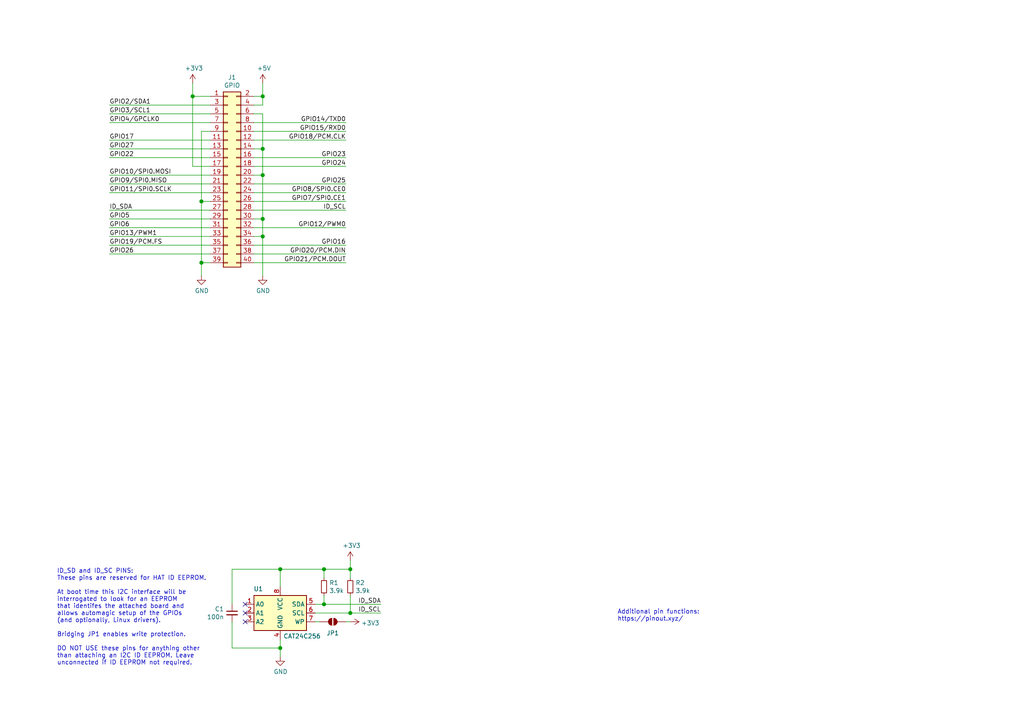
<source format=kicad_sch>
(kicad_sch (version 20250114) (generator "eeschema") (generator_version "9.0")
  (paper "A4")
  (title_block (date "15 nov 2012"))
  (lib_symbols
    (symbol "Connector_Generic:Conn_02x20_Odd_Even" (pin_names (offset 1.016) (hide yes))
      (property "Reference" "J" (at 1.27 25.4 0))
      (property "Value" "Conn_02x20_Odd_Even" (at 1.27 -27.94 0))
      (symbol "Conn_02x20_Odd_Even_1_1"
        (rectangle (start -1.27 24.13) (end 3.81 -26.67) (stroke (width 0.254)) (fill (type background)))
        (rectangle (start -1.27 22.987) (end 0 22.733) (stroke (width 0.1524)))
        (rectangle (start -1.27 20.447) (end 0 20.193) (stroke (width 0.1524)))
        (rectangle (start -1.27 17.907) (end 0 17.653) (stroke (width 0.1524)))
        (rectangle (start -1.27 15.367) (end 0 15.113) (stroke (width 0.1524)))
        (rectangle (start -1.27 12.827) (end 0 12.573) (stroke (width 0.1524)))
        (rectangle (start -1.27 10.287) (end 0 10.033) (stroke (width 0.1524)))
        (rectangle (start -1.27 7.747) (end 0 7.493) (stroke (width 0.1524)))
        (rectangle (start -1.27 5.207) (end 0 4.953) (stroke (width 0.1524)))
        (rectangle (start -1.27 2.667) (end 0 2.413) (stroke (width 0.1524)))
        (rectangle (start -1.27 0.127) (end 0 -0.127) (stroke (width 0.1524)))
        (rectangle (start -1.27 -2.413) (end 0 -2.667) (stroke (width 0.1524)))
        (rectangle (start -1.27 -4.953) (end 0 -5.207) (stroke (width 0.1524)))
        (rectangle (start -1.27 -7.493) (end 0 -7.747) (stroke (width 0.1524)))
        (rectangle (start -1.27 -10.033) (end 0 -10.287) (stroke (width 0.1524)))
        (rectangle (start -1.27 -12.573) (end 0 -12.827) (stroke (width 0.1524)))
        (rectangle (start -1.27 -15.113) (end 0 -15.367) (stroke (width 0.1524)))
        (rectangle (start -1.27 -17.653) (end 0 -17.907) (stroke (width 0.1524)))
        (rectangle (start -1.27 -20.193) (end 0 -20.447) (stroke (width 0.1524)))
        (rectangle (start -1.27 -22.733) (end 0 -22.987) (stroke (width 0.1524)))
        (rectangle (start -1.27 -25.273) (end 0 -25.527) (stroke (width 0.1524)))
        (rectangle (start 3.81 22.987) (end 2.54 22.733) (stroke (width 0.1524)))
        (rectangle (start 3.81 20.447) (end 2.54 20.193) (stroke (width 0.1524)))
        (rectangle (start 3.81 17.907) (end 2.54 17.653) (stroke (width 0.1524)))
        (rectangle (start 3.81 15.367) (end 2.54 15.113) (stroke (width 0.1524)))
        (rectangle (start 3.81 12.827) (end 2.54 12.573) (stroke (width 0.1524)))
        (rectangle (start 3.81 10.287) (end 2.54 10.033) (stroke (width 0.1524)))
        (rectangle (start 3.81 7.747) (end 2.54 7.493) (stroke (width 0.1524)))
        (rectangle (start 3.81 5.207) (end 2.54 4.953) (stroke (width 0.1524)))
        (rectangle (start 3.81 2.667) (end 2.54 2.413) (stroke (width 0.1524)))
        (rectangle (start 3.81 0.127) (end 2.54 -0.127) (stroke (width 0.1524)))
        (rectangle (start 3.81 -2.413) (end 2.54 -2.667) (stroke (width 0.1524)))
        (rectangle (start 3.81 -4.953) (end 2.54 -5.207) (stroke (width 0.1524)))
        (rectangle (start 3.81 -7.493) (end 2.54 -7.747) (stroke (width 0.1524)))
        (rectangle (start 3.81 -10.033) (end 2.54 -10.287) (stroke (width 0.1524)))
        (rectangle (start 3.81 -12.573) (end 2.54 -12.827) (stroke (width 0.1524)))
        (rectangle (start 3.81 -15.113) (end 2.54 -15.367) (stroke (width 0.1524)))
        (rectangle (start 3.81 -17.653) (end 2.54 -17.907) (stroke (width 0.1524)))
        (rectangle (start 3.81 -20.193) (end 2.54 -20.447) (stroke (width 0.1524)))
        (rectangle (start 3.81 -22.733) (end 2.54 -22.987) (stroke (width 0.1524)))
        (rectangle (start 3.81 -25.273) (end 2.54 -25.527) (stroke (width 0.1524)))
        (pin passive line (at -5.08 22.86 0) (length 3.81) (name "Pin_1") (number "1"))
        (pin passive line (at -5.08 20.32 0) (length 3.81) (name "Pin_3") (number "3"))
        (pin passive line (at -5.08 17.78 0) (length 3.81) (name "Pin_5") (number "5"))
        (pin passive line (at -5.08 15.24 0) (length 3.81) (name "Pin_7") (number "7"))
        (pin passive line (at -5.08 12.7 0) (length 3.81) (name "Pin_9") (number "9"))
        (pin passive line (at -5.08 10.16 0) (length 3.81) (name "Pin_11") (number "11"))
        (pin passive line (at -5.08 7.62 0) (length 3.81) (name "Pin_13") (number "13"))
        (pin passive line (at -5.08 5.08 0) (length 3.81) (name "Pin_15") (number "15"))
        (pin passive line (at -5.08 2.54 0) (length 3.81) (name "Pin_17") (number "17"))
        (pin passive line (at -5.08 0 0) (length 3.81) (name "Pin_19") (number "19"))
        (pin passive line (at -5.08 -2.54 0) (length 3.81) (name "Pin_21") (number "21"))
        (pin passive line (at -5.08 -5.08 0) (length 3.81) (name "Pin_23") (number "23"))
        (pin passive line (at -5.08 -7.62 0) (length 3.81) (name "Pin_25") (number "25"))
        (pin passive line (at -5.08 -10.16 0) (length 3.81) (name "Pin_27") (number "27"))
        (pin passive line (at -5.08 -12.7 0) (length 3.81) (name "Pin_29") (number "29"))
        (pin passive line (at -5.08 -15.24 0) (length 3.81) (name "Pin_31") (number "31"))
        (pin passive line (at -5.08 -17.78 0) (length 3.81) (name "Pin_33") (number "33"))
        (pin passive line (at -5.08 -20.32 0) (length 3.81) (name "Pin_35") (number "35"))
        (pin passive line (at -5.08 -22.86 0) (length 3.81) (name "Pin_37") (number "37"))
        (pin passive line (at -5.08 -25.4 0) (length 3.81) (name "Pin_39") (number "39"))
        (pin passive line (at 7.62 22.86 180) (length 3.81) (name "Pin_2") (number "2"))
        (pin passive line (at 7.62 20.32 180) (length 3.81) (name "Pin_4") (number "4"))
        (pin passive line (at 7.62 17.78 180) (length 3.81) (name "Pin_6") (number "6"))
        (pin passive line (at 7.62 15.24 180) (length 3.81) (name "Pin_8") (number "8"))
        (pin passive line (at 7.62 12.7 180) (length 3.81) (name "Pin_10") (number "10"))
        (pin passive line (at 7.62 10.16 180) (length 3.81) (name "Pin_12") (number "12"))
        (pin passive line (at 7.62 7.62 180) (length 3.81) (name "Pin_14") (number "14"))
        (pin passive line (at 7.62 5.08 180) (length 3.81) (name "Pin_16") (number "16"))
        (pin passive line (at 7.62 2.54 180) (length 3.81) (name "Pin_18") (number "18"))
        (pin passive line (at 7.62 0 180) (length 3.81) (name "Pin_20") (number "20"))
        (pin passive line (at 7.62 -2.54 180) (length 3.81) (name "Pin_22") (number "22"))
        (pin passive line (at 7.62 -5.08 180) (length 3.81) (name "Pin_24") (number "24"))
        (pin passive line (at 7.62 -7.62 180) (length 3.81) (name "Pin_26") (number "26"))
        (pin passive line (at 7.62 -10.16 180) (length 3.81) (name "Pin_28") (number "28"))
        (pin passive line (at 7.62 -12.7 180) (length 3.81) (name "Pin_30") (number "30"))
        (pin passive line (at 7.62 -15.24 180) (length 3.81) (name "Pin_32") (number "32"))
        (pin passive line (at 7.62 -17.78 180) (length 3.81) (name "Pin_34") (number "34"))
        (pin passive line (at 7.62 -20.32 180) (length 3.81) (name "Pin_36") (number "36"))
        (pin passive line (at 7.62 -22.86 180) (length 3.81) (name "Pin_38") (number "38"))
        (pin passive line (at 7.62 -25.4 180) (length 3.81) (name "Pin_40") (number "40"))
      )
    )
    (symbol "Device:C_Small" (pin_numbers (hide yes)) (pin_names (offset 0.254) (hide yes))
      (property "Reference" "C" (at 0.254 1.778 0))
      (property "Value" "C_Small" (at 0.254 -2.032 0))
      (symbol "C_Small_0_1"
        (polyline (pts (xy -1.524 0.508) (xy 1.524 0.508)) (stroke (width 0.3048)))
        (polyline (pts (xy -1.524 -0.508) (xy 1.524 -0.508)) (stroke (width 0.3302)))
      )
      (symbol "C_Small_1_1"
        (pin passive line (at 0 2.54 270) (length 2.032) (name "~") (number "1"))
        (pin passive line (at 0 -2.54 90) (length 2.032) (name "~") (number "2"))
      )
    )
    (symbol "Device:R_Small" (pin_numbers (hide yes)) (pin_names (offset 0.254) (hide yes))
      (property "Reference" "R" (at 0.762 0.508 0))
      (property "Value" "R_Small" (at 0.762 -1.016 0))
      (symbol "R_Small_0_1"
        (rectangle (start -0.762 1.778) (end 0.762 -1.778) (stroke (width 0.2032)))
      )
      (symbol "R_Small_1_1"
        (pin passive line (at 0 2.54 270) (length 0.762) (name "~") (number "1"))
        (pin passive line (at 0 -2.54 90) (length 0.762) (name "~") (number "2"))
      )
    )
    (symbol "Jumper:SolderJumper_2_Open" (pin_numbers (hide yes)) (pin_names (offset 0) (hide yes)) (exclude_from_sim yes) (in_bom no)
      (property "Reference" "JP" (at 0 2.032 0))
      (property "Value" "SolderJumper_2_Open" (at 0 -2.54 0))
      (symbol "SolderJumper_2_Open_0_1"
        (polyline (pts (xy -0.254 1.016) (xy -0.254 -1.016)))
        (arc (start -0.254 -1.016) (mid -1.2656 0) (end -0.254 1.016))
        (arc (start -0.254 -1.016) (mid -1.2656 0) (end -0.254 1.016) (fill (type outline)))
        (arc (start 0.254 1.016) (mid 1.2656 0) (end 0.254 -1.016))
        (arc (start 0.254 1.016) (mid 1.2656 0) (end 0.254 -1.016) (fill (type outline)))
        (polyline (pts (xy 0.254 1.016) (xy 0.254 -1.016)))
      )
      (symbol "SolderJumper_2_Open_1_1"
        (pin passive line (at -3.81 0 0) (length 2.54) (name "A") (number "1"))
        (pin passive line (at 3.81 0 180) (length 2.54) (name "B") (number "2"))
      )
    )
    (symbol "Memory_EEPROM:CAT24C256"
      (property "Reference" "U" (at -6.35 6.35 0))
      (property "Value" "CAT24C256" (at 1.27 6.35 0))
      (symbol "CAT24C256_1_1"
        (rectangle (start -7.62 5.08) (end 7.62 -5.08) (stroke (width 0.254)) (fill (type background)))
        (pin input line (at -10.16 2.54 0) (length 2.54) (name "A0") (number "1"))
        (pin input line (at -10.16 0 0) (length 2.54) (name "A1") (number "2"))
        (pin input line (at -10.16 -2.54 0) (length 2.54) (name "A2") (number "3"))
        (pin power_in line (at 0 7.62 270) (length 2.54) (name "VCC") (number "8"))
        (pin power_in line (at 0 -7.62 90) (length 2.54) (name "GND") (number "4"))
        (pin bidirectional line (at 10.16 2.54 180) (length 2.54) (name "SDA") (number "5"))
        (pin input line (at 10.16 0 180) (length 2.54) (name "SCL") (number "6"))
        (pin input line (at 10.16 -2.54 180) (length 2.54) (name "WP") (number "7"))
      )
    )
    (symbol "power:+3.3V" (power) (pin_numbers (hide yes)) (pin_names (offset 0) (hide yes))
      (property "Value" "+3.3V" (at 0 3.556 0))
      (symbol "+3.3V_0_1"
        (polyline (pts (xy -0.762 1.27) (xy 0 2.54)))
        (polyline (pts (xy 0 2.54) (xy 0.762 1.27)))
        (polyline (pts (xy 0 0) (xy 0 2.54)))
      )
      (symbol "+3.3V_1_1"
        (pin power_in line (at 0 0 90) (length 0) (name "~") (number "1"))
      )
    )
    (symbol "power:+5V" (power) (pin_numbers (hide yes)) (pin_names (offset 0) (hide yes))
      (property "Value" "+5V" (at 0 3.556 0))
      (symbol "+5V_0_1"
        (polyline (pts (xy -0.762 1.27) (xy 0 2.54)))
        (polyline (pts (xy 0 2.54) (xy 0.762 1.27)))
        (polyline (pts (xy 0 0) (xy 0 2.54)))
      )
      (symbol "+5V_1_1"
        (pin power_in line (at 0 0 90) (length 0) (name "~") (number "1"))
      )
    )
    (symbol "power:GND" (power) (pin_numbers (hide yes)) (pin_names (offset 0) (hide yes))
      (property "Value" "GND" (at 0 -3.81 0))
      (symbol "GND_0_1"
        (polyline (pts (xy 0 0) (xy 0 -1.27) (xy 1.27 -1.27) (xy 0 -2.54) (xy -1.27 -1.27) (xy 0 -1.27)))
      )
      (symbol "GND_1_1"
        (pin power_in line (at 0 0 270) (length 0) (name "~") (number "1"))
      )
    )
  )
  (text "ID_SD and ID_SC PINS:\nThese pins are reserved for HAT ID EEPROM.\n\nAt boot time this I2C interface will be\ninterrogated to look for an EEPROM\nthat identifes the attached board and\nallows automagic setup of the GPIOs\n(and optionally, Linux drivers).\n\nBridging JP1 enables write protection.\n\nDO NOT USE these pins for anything other\nthan attaching an I2C ID EEPROM. Leave\nunconnected if ID EEPROM not required." (at 16.51 193.04 0) (effects (font (size 1.27 1.27)) (justify left bottom)))
  (text "Additional pin functions:\nhttps://pinout.xyz/" (at 179.07 180.34 0) (effects (font (size 1.27 1.27)) (justify left bottom)))
  (junction (at 76.2 63.5) (diameter 1.016))
  (junction (at 101.6 165.1) (diameter 1.016))
  (junction (at 55.88 27.94) (diameter 1.016))
  (junction (at 76.2 68.58) (diameter 1.016))
  (junction (at 93.98 175.26) (diameter 1.016))
  (junction (at 58.42 58.42) (diameter 1.016))
  (junction (at 76.2 50.8) (diameter 1.016))
  (junction (at 76.2 43.18) (diameter 1.016))
  (junction (at 93.98 165.1) (diameter 1.016))
  (junction (at 81.28 187.96) (diameter 1.016))
  (junction (at 81.28 165.1) (diameter 1.016))
  (junction (at 58.42 76.2) (diameter 1.016))
  (junction (at 76.2 27.94) (diameter 1.016))
  (junction (at 101.6 177.8) (diameter 1.016))
  (no_connect (at 71.12 175.26))
  (no_connect (at 71.12 177.8))
  (no_connect (at 71.12 180.34))
  (wire (pts (xy 58.42 58.42) (xy 58.42 76.2)))
  (wire (pts (xy 73.66 58.42) (xy 100.33 58.42)))
  (wire (pts (xy 60.96 40.64) (xy 31.75 40.64)))
  (wire (pts (xy 81.28 165.1) (xy 93.98 165.1)))
  (wire (pts (xy 101.6 165.1) (xy 93.98 165.1)))
  (wire (pts (xy 101.6 167.64) (xy 101.6 165.1)))
  (wire (pts (xy 76.2 33.02) (xy 76.2 43.18)))
  (wire (pts (xy 76.2 50.8) (xy 73.66 50.8)))
  (wire (pts (xy 76.2 63.5) (xy 76.2 68.58)))
  (wire (pts (xy 76.2 50.8) (xy 76.2 63.5)))
  (wire (pts (xy 73.66 35.56) (xy 100.33 35.56)))
  (wire (pts (xy 58.42 38.1) (xy 58.42 58.42)))
  (wire (pts (xy 91.44 175.26) (xy 93.98 175.26)))
  (wire (pts (xy 93.98 175.26) (xy 110.49 175.26)))
  (wire (pts (xy 58.42 38.1) (xy 60.96 38.1)))
  (wire (pts (xy 91.44 180.34) (xy 92.71 180.34)))
  (wire (pts (xy 100.33 180.34) (xy 101.6 180.34)))
  (wire (pts (xy 73.66 55.88) (xy 100.33 55.88)))
  (wire (pts (xy 60.96 60.96) (xy 31.75 60.96)))
  (wire (pts (xy 31.75 63.5) (xy 60.96 63.5)))
  (wire (pts (xy 58.42 58.42) (xy 60.96 58.42)))
  (wire (pts (xy 101.6 162.56) (xy 101.6 165.1)))
  (wire (pts (xy 73.66 45.72) (xy 100.33 45.72)))
  (wire (pts (xy 81.28 165.1) (xy 81.28 170.18)))
  (wire (pts (xy 73.66 76.2) (xy 100.33 76.2)))
  (wire (pts (xy 58.42 76.2) (xy 58.42 80.01)))
  (wire (pts (xy 31.75 43.18) (xy 60.96 43.18)))
  (wire (pts (xy 101.6 172.72) (xy 101.6 177.8)))
  (wire (pts (xy 55.88 24.13) (xy 55.88 27.94)))
  (wire (pts (xy 76.2 68.58) (xy 73.66 68.58)))
  (wire (pts (xy 31.75 33.02) (xy 60.96 33.02)))
  (wire (pts (xy 31.75 55.88) (xy 60.96 55.88)))
  (wire (pts (xy 55.88 48.26) (xy 60.96 48.26)))
  (wire (pts (xy 60.96 30.48) (xy 31.75 30.48)))
  (wire (pts (xy 76.2 27.94) (xy 76.2 30.48)))
  (wire (pts (xy 76.2 43.18) (xy 76.2 50.8)))
  (wire (pts (xy 73.66 40.64) (xy 100.33 40.64)))
  (wire (pts (xy 76.2 43.18) (xy 73.66 43.18)))
  (wire (pts (xy 76.2 24.13) (xy 76.2 27.94)))
  (wire (pts (xy 31.75 35.56) (xy 60.96 35.56)))
  (wire (pts (xy 93.98 165.1) (xy 93.98 167.64)))
  (wire (pts (xy 76.2 27.94) (xy 73.66 27.94)))
  (wire (pts (xy 55.88 27.94) (xy 55.88 48.26)))
  (wire (pts (xy 73.66 48.26) (xy 100.33 48.26)))
  (wire (pts (xy 73.66 38.1) (xy 100.33 38.1)))
  (wire (pts (xy 93.98 172.72) (xy 93.98 175.26)))
  (wire (pts (xy 91.44 177.8) (xy 101.6 177.8)))
  (wire (pts (xy 101.6 177.8) (xy 110.49 177.8)))
  (wire (pts (xy 31.75 45.72) (xy 60.96 45.72)))
  (wire (pts (xy 31.75 53.34) (xy 60.96 53.34)))
  (wire (pts (xy 31.75 66.04) (xy 60.96 66.04)))
  (wire (pts (xy 76.2 30.48) (xy 73.66 30.48)))
  (wire (pts (xy 31.75 71.12) (xy 60.96 71.12)))
  (wire (pts (xy 73.66 71.12) (xy 100.33 71.12)))
  (wire (pts (xy 73.66 66.04) (xy 100.33 66.04)))
  (wire (pts (xy 58.42 76.2) (xy 60.96 76.2)))
  (wire (pts (xy 73.66 73.66) (xy 100.33 73.66)))
  (wire (pts (xy 76.2 33.02) (xy 73.66 33.02)))
  (wire (pts (xy 31.75 73.66) (xy 60.96 73.66)))
  (wire (pts (xy 67.31 165.1) (xy 67.31 175.26)))
  (wire (pts (xy 67.31 180.34) (xy 67.31 187.96)))
  (wire (pts (xy 67.31 187.96) (xy 81.28 187.96)))
  (wire (pts (xy 81.28 165.1) (xy 67.31 165.1)))
  (wire (pts (xy 81.28 185.42) (xy 81.28 187.96)))
  (wire (pts (xy 81.28 187.96) (xy 81.28 190.5)))
  (wire (pts (xy 76.2 68.58) (xy 76.2 80.01)))
  (wire (pts (xy 73.66 53.34) (xy 100.33 53.34)))
  (wire (pts (xy 60.96 68.58) (xy 31.75 68.58)))
  (wire (pts (xy 76.2 63.5) (xy 73.66 63.5)))
  (wire (pts (xy 55.88 27.94) (xy 60.96 27.94)))
  (wire (pts (xy 60.96 50.8) (xy 31.75 50.8)))
  (wire (pts (xy 73.66 60.96) (xy 100.33 60.96)))
  (label "ID_SDA" (at 31.75 60.96 0))
  (label "GPIO6" (at 31.75 66.04 0))
  (label "ID_SDA" (at 110.49 175.26 180))
  (label "ID_SCL" (at 100.33 60.96 180))
  (label "GPIO5" (at 31.75 63.5 0))
  (label "GPIO21{slash}PCM.DOUT" (at 100.33 76.2 180))
  (label "GPIO19{slash}PCM.FS" (at 31.75 71.12 0))
  (label "GPIO10{slash}SPI0.MOSI" (at 31.75 50.8 0))
  (label "GPIO9{slash}SPI0.MISO" (at 31.75 53.34 0))
  (label "GPIO23" (at 100.33 45.72 180))
  (label "GPIO4{slash}GPCLK0" (at 31.75 35.56 0))
  (label "GPIO27" (at 31.75 43.18 0))
  (label "GPIO26" (at 31.75 73.66 0))
  (label "GPIO14{slash}TXD0" (at 100.33 35.56 180))
  (label "GPIO8{slash}SPI0.CE0" (at 100.33 55.88 180))
  (label "GPIO15{slash}RXD0" (at 100.33 38.1 180))
  (label "GPIO16" (at 100.33 71.12 180))
  (label "GPIO22" (at 31.75 45.72 0))
  (label "GPIO2{slash}SDA1" (at 31.75 30.48 0))
  (label "GPIO17" (at 31.75 40.64 0))
  (label "GPIO25" (at 100.33 53.34 180))
  (label "GPIO3{slash}SCL1" (at 31.75 33.02 0))
  (label "GPIO18{slash}PCM.CLK" (at 100.33 40.64 180))
  (label "GPIO12{slash}PWM0" (at 100.33 66.04 180))
  (label "GPIO13{slash}PWM1" (at 31.75 68.58 0))
  (label "GPIO20{slash}PCM.DIN" (at 100.33 73.66 180))
  (label "GPIO24" (at 100.33 48.26 180))
  (label "GPIO7{slash}SPI0.CE1" (at 100.33 58.42 180))
  (label "ID_SCL" (at 110.49 177.8 180))
  (label "GPIO11{slash}SPI0.SCLK" (at 31.75 55.88 0))
  (symbol (lib_id "power:+5V") (at 76.2 24.13 0) (unit 1)
    (property "Reference" "#PWR01" (effects (hide yes)))
    (property "Value" "+5V" (at 76.5683 19.8056 0))
    (property "Description" "Power symbol creates a global label with name \"+5V\"" (effects (hide yes)))
  )
  (symbol (lib_id "power:+3.3V") (at 55.88 24.13 0) (unit 1)
    (property "Reference" "#PWR04" (effects (hide yes)))
    (property "Value" "+3V3" (at 56.2483 19.8056 0))
    (property "Description" "Power symbol creates a global label with name \"+3.3V\"" (effects (hide yes)))
  )
  (symbol (lib_id "power:GND") (at 76.2 80.01 0) (unit 1)
    (property "Reference" "#PWR02" (effects (hide yes)))
    (property "Value" "GND" (at 76.3143 84.3344 0))
    (property "Description" "Power symbol creates a global label with name \"GND\" , ground" (effects (hide yes)))
  )
  (symbol (lib_id "power:GND") (at 58.42 80.01 0) (unit 1)
    (property "Reference" "#PWR03" (effects (hide yes)))
    (property "Value" "GND" (at 58.5343 84.3344 0))
    (property "Description" "Power symbol creates a global label with name \"GND\" , ground" (effects (hide yes)))
  )
  (symbol (lib_id "Connector_Generic:Conn_02x20_Odd_Even") (at 66.04 50.8 0) (unit 1)
    (property "Reference" "J1" (at 67.31 22.4598 0))
    (property "Value" "GPIO" (at 67.31 24.765 0))
    (property "Footprint" "Connector_PinSocket_2.54mm:PinSocket_2x20_P2.54mm_Vertical" (effects (hide yes)))
    (property "Description" "Generic connector, double row, 02x20, odd/even pin numbering scheme (row 1 odd numbers, row 2 even numbers), script generated (kicad-library-utils/schlib/autogen/connector/)" (effects (hide yes)))
  )
  (symbol (lib_id "Device:C_Small") (at 67.31 177.8 0) (unit 1)
    (property "Reference" "C1" (at 64.9858 176.6506 0) (effects (justify right)))
    (property "Value" "100n" (at 64.9858 178.9493 0) (effects (justify right)))
    (property "Description" "Unpolarized capacitor, small symbol" (effects (hide yes)))
  )
  (symbol (lib_id "Device:R_Small") (at 93.98 170.18 0) (unit 1)
    (property "Reference" "R1" (at 95.4786 169.037 0) (effects (justify left)))
    (property "Value" "3.9k" (at 95.4787 171.3293 0) (effects (justify left)))
    (property "Description" "Resistor, small symbol" (effects (hide yes)))
  )
  (symbol (lib_id "Jumper:SolderJumper_2_Open") (at 96.52 180.34 0) (unit 1)
    (property "Reference" "JP1" (at 96.52 183.623 0))
    (property "Value" "ID_WP" (effects (hide yes)))
    (property "Description" "Solder Jumper, 2-pole, open" (effects (hide yes)))
  )
  (symbol (lib_id "Device:R_Small") (at 101.6 170.18 0) (unit 1)
    (property "Reference" "R2" (at 103.0986 169.037 0) (effects (justify left)))
    (property "Value" "3.9k" (at 103.0987 171.3293 0) (effects (justify left)))
    (property "Description" "Resistor, small symbol" (effects (hide yes)))
  )
  (symbol (lib_id "power:+3.3V") (at 101.6 162.56 0) (unit 1)
    (property "Reference" "#PWR0101" (effects (hide yes)))
    (property "Value" "+3V3" (at 101.9683 158.2356 0))
    (property "Description" "Power symbol creates a global label with name \"+3.3V\"" (effects (hide yes)))
  )
  (symbol (lib_id "Memory_EEPROM:CAT24C256") (at 81.28 177.8 0) (unit 1)
    (property "Reference" "U1" (at 74.93 170.7958 0))
    (property "Value" "CAT24C256" (at 87.63 184.5245 0))
    (property "Datasheet" "https://www.onsemi.cn/PowerSolutions/document/CAT24C256-D.PDF" (effects (hide yes)))
    (property "Description" "256 kb CMOS Serial EEPROM, DIP-8/SOIC-8/TSSOP-8/DFN-8" (effects (hide yes)))
  )
  (symbol (lib_id "power:GND") (at 81.28 190.5 0) (unit 1)
    (property "Reference" "#PWR0102" (effects (hide yes)))
    (property "Value" "GND" (at 81.3943 194.8244 0))
    (property "Description" "Power symbol creates a global label with name \"GND\" , ground" (effects (hide yes)))
  )
  (symbol (lib_id "power:+3.3V") (at 101.6 180.34 270) (unit 1)
    (property "Reference" "#PWR0103" (effects (hide yes)))
    (property "Value" "+3V3" (at 104.7751 180.7083 90) (effects (justify left)))
    (property "Description" "Power symbol creates a global label with name \"+3.3V\"" (effects (hide yes)))
  )
)
</source>
